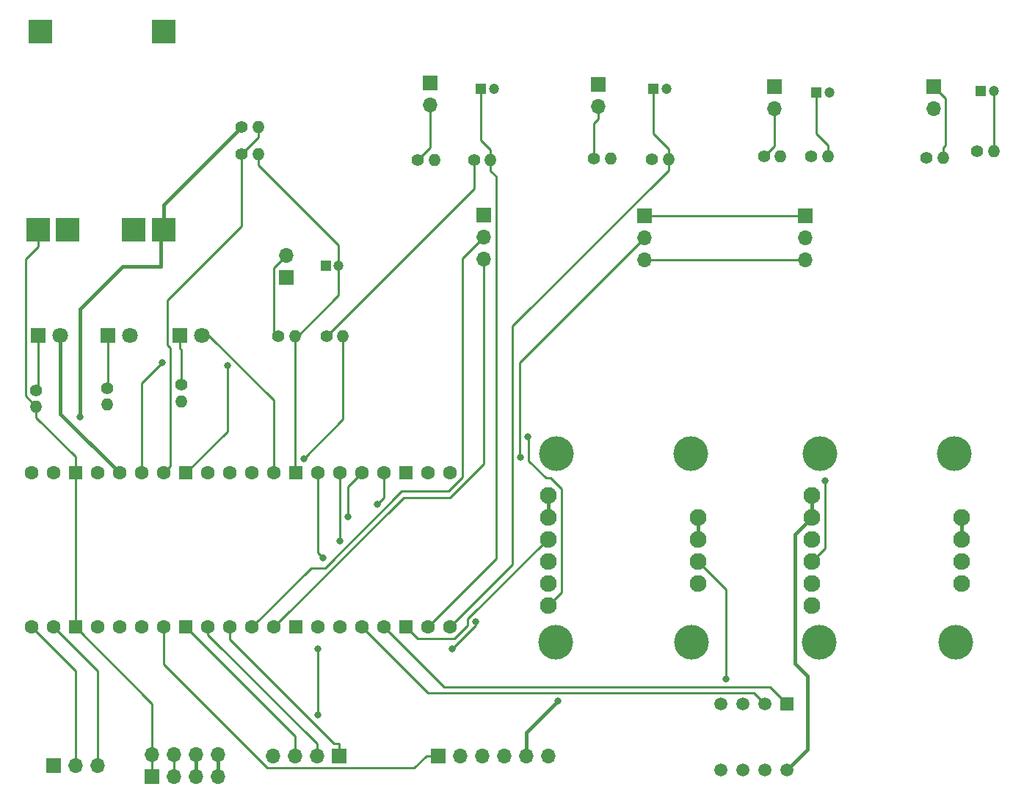
<source format=gbl>
G04 #@! TF.GenerationSoftware,KiCad,Pcbnew,7.0.10*
G04 #@! TF.CreationDate,2024-03-04T12:56:58-05:00*
G04 #@! TF.ProjectId,cdrpcb,63647270-6362-42e6-9b69-6361645f7063,rev?*
G04 #@! TF.SameCoordinates,Original*
G04 #@! TF.FileFunction,Copper,L2,Bot*
G04 #@! TF.FilePolarity,Positive*
%FSLAX46Y46*%
G04 Gerber Fmt 4.6, Leading zero omitted, Abs format (unit mm)*
G04 Created by KiCad (PCBNEW 7.0.10) date 2024-03-04 12:56:58*
%MOMM*%
%LPD*%
G01*
G04 APERTURE LIST*
G04 Aperture macros list*
%AMRoundRect*
0 Rectangle with rounded corners*
0 $1 Rounding radius*
0 $2 $3 $4 $5 $6 $7 $8 $9 X,Y pos of 4 corners*
0 Add a 4 corners polygon primitive as box body*
4,1,4,$2,$3,$4,$5,$6,$7,$8,$9,$2,$3,0*
0 Add four circle primitives for the rounded corners*
1,1,$1+$1,$2,$3*
1,1,$1+$1,$4,$5*
1,1,$1+$1,$6,$7*
1,1,$1+$1,$8,$9*
0 Add four rect primitives between the rounded corners*
20,1,$1+$1,$2,$3,$4,$5,0*
20,1,$1+$1,$4,$5,$6,$7,0*
20,1,$1+$1,$6,$7,$8,$9,0*
20,1,$1+$1,$8,$9,$2,$3,0*%
G04 Aperture macros list end*
G04 #@! TA.AperFunction,ComponentPad*
%ADD10R,1.800000X1.800000*%
G04 #@! TD*
G04 #@! TA.AperFunction,ComponentPad*
%ADD11C,1.800000*%
G04 #@! TD*
G04 #@! TA.AperFunction,ComponentPad*
%ADD12C,1.400000*%
G04 #@! TD*
G04 #@! TA.AperFunction,ComponentPad*
%ADD13O,1.400000X1.400000*%
G04 #@! TD*
G04 #@! TA.AperFunction,ComponentPad*
%ADD14R,1.700000X1.700000*%
G04 #@! TD*
G04 #@! TA.AperFunction,ComponentPad*
%ADD15O,1.700000X1.700000*%
G04 #@! TD*
G04 #@! TA.AperFunction,ComponentPad*
%ADD16R,1.498600X1.498600*%
G04 #@! TD*
G04 #@! TA.AperFunction,ComponentPad*
%ADD17C,1.498600*%
G04 #@! TD*
G04 #@! TA.AperFunction,ComponentPad*
%ADD18R,1.200000X1.200000*%
G04 #@! TD*
G04 #@! TA.AperFunction,ComponentPad*
%ADD19C,1.200000*%
G04 #@! TD*
G04 #@! TA.AperFunction,ComponentPad*
%ADD20C,1.930400*%
G04 #@! TD*
G04 #@! TA.AperFunction,ComponentPad*
%ADD21C,4.000000*%
G04 #@! TD*
G04 #@! TA.AperFunction,ComponentPad*
%ADD22R,2.800000X2.800000*%
G04 #@! TD*
G04 #@! TA.AperFunction,ComponentPad*
%ADD23C,1.600000*%
G04 #@! TD*
G04 #@! TA.AperFunction,ComponentPad*
%ADD24RoundRect,0.200000X0.600000X-0.600000X0.600000X0.600000X-0.600000X0.600000X-0.600000X-0.600000X0*%
G04 #@! TD*
G04 #@! TA.AperFunction,ViaPad*
%ADD25C,0.800000*%
G04 #@! TD*
G04 #@! TA.AperFunction,Conductor*
%ADD26C,0.250000*%
G04 #@! TD*
G04 #@! TA.AperFunction,Conductor*
%ADD27C,0.400000*%
G04 #@! TD*
G04 APERTURE END LIST*
D10*
X62521000Y-96681400D03*
D11*
X65061000Y-96681400D03*
D12*
X126583300Y-76295800D03*
D13*
X128483300Y-76295800D03*
D12*
X133298300Y-76422800D03*
D13*
X135198300Y-76422800D03*
D14*
X113893600Y-82791900D03*
D15*
X113893600Y-85331900D03*
X113893600Y-87871900D03*
D12*
X170812800Y-75477000D03*
D13*
X172712800Y-75477000D03*
D16*
X148844000Y-139192000D03*
D17*
X146304000Y-139192000D03*
X143764000Y-139192000D03*
X141224000Y-139192000D03*
X141224000Y-146812000D03*
X143764000Y-146812000D03*
X146304000Y-146812000D03*
X148844000Y-146812000D03*
D12*
X70400000Y-102777400D03*
D13*
X70400000Y-104677400D03*
D14*
X108610400Y-145186400D03*
D15*
X111150400Y-145186400D03*
X113690400Y-145186400D03*
X116230400Y-145186400D03*
X118770400Y-145186400D03*
X121310400Y-145186400D03*
D14*
X165748800Y-67970500D03*
D15*
X165748800Y-70510500D03*
D18*
X95631000Y-88646000D03*
D19*
X97131000Y-88646000D03*
D12*
X62267000Y-103031400D03*
D13*
X62267000Y-104931400D03*
D14*
X147373900Y-68040800D03*
D15*
X147373900Y-70580800D03*
D20*
X151745100Y-115122700D03*
X169017100Y-117662700D03*
X151745100Y-117662700D03*
X169017100Y-120202700D03*
X151745100Y-120202700D03*
X169017100Y-122742700D03*
X151745100Y-122742700D03*
X169017100Y-125282700D03*
X151745100Y-125282700D03*
X151745100Y-127822700D03*
D21*
X168148022Y-110363005D03*
X152654022Y-110363005D03*
X168302664Y-132079693D03*
X152589687Y-132088282D03*
D18*
X152218300Y-68675800D03*
D19*
X153718300Y-68675800D03*
D14*
X64262000Y-146304000D03*
D15*
X66802000Y-146304000D03*
X69342000Y-146304000D03*
D12*
X164970800Y-76225500D03*
D13*
X166870800Y-76225500D03*
D22*
X76962500Y-84528500D03*
X73462500Y-84528500D03*
X65862500Y-84528500D03*
X62462500Y-84528500D03*
X76962500Y-61628500D03*
X62762500Y-61628500D03*
D10*
X70522000Y-96681400D03*
D11*
X73062000Y-96681400D03*
D12*
X112762900Y-76472800D03*
D13*
X114662900Y-76472800D03*
D14*
X107714900Y-67609800D03*
D15*
X107714900Y-70149800D03*
D12*
X85953600Y-72643600D03*
D13*
X87853600Y-72643600D03*
D12*
X95742000Y-96774000D03*
D13*
X97642000Y-96774000D03*
D14*
X91059000Y-90048000D03*
D15*
X91059000Y-87508000D03*
D12*
X79031000Y-102396400D03*
D13*
X79031000Y-104296400D03*
D12*
X106285900Y-76472800D03*
D13*
X108185900Y-76472800D03*
D23*
X61718000Y-130343900D03*
X64258000Y-130343900D03*
D24*
X66798000Y-130343900D03*
D23*
X69338000Y-130343900D03*
X71878000Y-130343900D03*
X74418000Y-130343900D03*
X76958000Y-130343900D03*
D24*
X79498000Y-130343900D03*
D23*
X82038000Y-130343900D03*
X84578000Y-130343900D03*
X87118000Y-130343900D03*
X89658000Y-130343900D03*
D24*
X92198000Y-130343900D03*
D23*
X94738000Y-130343900D03*
X97278000Y-130343900D03*
X99818000Y-130302019D03*
X102358000Y-130343900D03*
D24*
X104898000Y-130343900D03*
D23*
X107438000Y-130343900D03*
X109978000Y-130343900D03*
X109978000Y-112563900D03*
X107438000Y-112563900D03*
D24*
X104898000Y-112563900D03*
D23*
X102358000Y-112563900D03*
X99818000Y-112563900D03*
X97278000Y-112563900D03*
X94738000Y-112563900D03*
D24*
X92198000Y-112563900D03*
D23*
X89658000Y-112563900D03*
X87118000Y-112563900D03*
X84578000Y-112563900D03*
X82038000Y-112563900D03*
D24*
X79498000Y-112563900D03*
D23*
X76958000Y-112563900D03*
X74418000Y-112563900D03*
X71878000Y-112563900D03*
X69338000Y-112563900D03*
D24*
X66798000Y-112563900D03*
D23*
X64258000Y-112563900D03*
X61718000Y-112563900D03*
D20*
X121312000Y-115122700D03*
X138584000Y-117662700D03*
X121312000Y-117662700D03*
X138584000Y-120202700D03*
X121312000Y-120202700D03*
X138584000Y-122742700D03*
X121312000Y-122742700D03*
X138584000Y-125282700D03*
X121312000Y-125282700D03*
X121312000Y-127822700D03*
D21*
X137714922Y-110363005D03*
X122220922Y-110363005D03*
X137869564Y-132079693D03*
X122156587Y-132088282D03*
D14*
X127091300Y-67786800D03*
D15*
X127091300Y-70326800D03*
D18*
X171209800Y-68492000D03*
D19*
X172709800Y-68492000D03*
D14*
X150926800Y-82905600D03*
D15*
X150926800Y-85445600D03*
X150926800Y-87985600D03*
D18*
X133441300Y-68294800D03*
D19*
X134941300Y-68294800D03*
D12*
X85953600Y-75793600D03*
D13*
X87853600Y-75793600D03*
D12*
X151675900Y-76041800D03*
D13*
X153575900Y-76041800D03*
D10*
X78782000Y-96681400D03*
D11*
X81322000Y-96681400D03*
D18*
X113556900Y-68244800D03*
D19*
X115056900Y-68244800D03*
D12*
X90175000Y-96774000D03*
D13*
X92075000Y-96774000D03*
D14*
X97174400Y-145186400D03*
D15*
X94634400Y-145186400D03*
X92094400Y-145186400D03*
X89554400Y-145186400D03*
D12*
X146193900Y-76041800D03*
D13*
X148093900Y-76041800D03*
D14*
X75643200Y-147579000D03*
D15*
X75643200Y-145039000D03*
X78183200Y-147579000D03*
X78183200Y-145039000D03*
X80723200Y-147579000D03*
X80723200Y-145039000D03*
X83263200Y-147579000D03*
X83263200Y-145039000D03*
D14*
X132410200Y-82905600D03*
D15*
X132410200Y-85445600D03*
X132410200Y-87985600D03*
D25*
X93099000Y-110885500D03*
X118923300Y-108391600D03*
X141817400Y-136322300D03*
X94706500Y-132883500D03*
X112963400Y-129753600D03*
X94706500Y-140495500D03*
X110261100Y-132883500D03*
X76797200Y-99801300D03*
X118132300Y-110783000D03*
X84297800Y-100141600D03*
X153237700Y-113456300D03*
X101567800Y-116196700D03*
X98223500Y-117604700D03*
X122433300Y-138850900D03*
X67310000Y-106121200D03*
X95373000Y-122373300D03*
X97278000Y-120434600D03*
D26*
X121312000Y-127822700D02*
X122811000Y-126323700D01*
X122811000Y-126323700D02*
X122811000Y-114425600D01*
X121539800Y-113154400D02*
X121046400Y-113154400D01*
X121046400Y-113154400D02*
X119059200Y-111167200D01*
X122811000Y-114425600D02*
X121539800Y-113154400D01*
X119059200Y-111167200D02*
X119059200Y-108527500D01*
X97642000Y-106342500D02*
X97642000Y-96774000D01*
X119059200Y-108527500D02*
X118923300Y-108391600D01*
X93099000Y-110885500D02*
X97642000Y-106342500D01*
X172709800Y-68492000D02*
X172712800Y-68495000D01*
X79498000Y-130343900D02*
X92094400Y-142940300D01*
X62462500Y-84528500D02*
X62462500Y-86455400D01*
X66798000Y-130343900D02*
X75643200Y-139189100D01*
X66798000Y-130343900D02*
X66798000Y-112563900D01*
X112035400Y-130187200D02*
X110511600Y-131711000D01*
X121312000Y-120202700D02*
X121203500Y-120202700D01*
X97131000Y-86297900D02*
X97131000Y-88646000D01*
X87853600Y-77020500D02*
X97131000Y-86297900D01*
X75643200Y-147579000D02*
X75643200Y-145039000D01*
X92075000Y-96774000D02*
X92075000Y-97087500D01*
X141817400Y-125976100D02*
X141817400Y-136322300D01*
X172712800Y-75163500D02*
X172712800Y-75477000D01*
X92075000Y-112440900D02*
X92198000Y-112563900D01*
X92075000Y-97087500D02*
X97131000Y-92031500D01*
X75643200Y-139189100D02*
X75643200Y-145039000D01*
X66798000Y-110689300D02*
X62267000Y-106158300D01*
X138584000Y-122742700D02*
X141817400Y-125976100D01*
X112035400Y-129370800D02*
X112035400Y-130187200D01*
X172709800Y-74247100D02*
X172712800Y-74250100D01*
X121203500Y-120202700D02*
X112035400Y-129370800D01*
X97131000Y-92031500D02*
X97131000Y-88646000D01*
X92094400Y-142940300D02*
X92094400Y-145186400D01*
X62267000Y-104931400D02*
X61018900Y-103683300D01*
X66798000Y-112563900D02*
X66798000Y-110689300D01*
X106265100Y-131711000D02*
X104898000Y-130343900D01*
X61018900Y-103683300D02*
X61018900Y-87899000D01*
X172712800Y-75163500D02*
X172712800Y-74250100D01*
X110511600Y-131711000D02*
X106265100Y-131711000D01*
X92075000Y-97087500D02*
X92075000Y-112440900D01*
X87853600Y-75793600D02*
X87853600Y-77020500D01*
X61018900Y-87899000D02*
X62462500Y-86455400D01*
X62267000Y-104931400D02*
X62267000Y-106158300D01*
X172712800Y-68495000D02*
X172712800Y-75477000D01*
X114662900Y-76472800D02*
X114662900Y-75245900D01*
X113556900Y-74139900D02*
X114662900Y-75245900D01*
X115329200Y-78366000D02*
X114662900Y-77699700D01*
X115329200Y-122452700D02*
X115329200Y-78366000D01*
X114662900Y-76472800D02*
X114662900Y-77699700D01*
X107438000Y-130343900D02*
X115329200Y-122452700D01*
X113556900Y-68244800D02*
X113556900Y-74139900D01*
X117205400Y-95642600D02*
X117205400Y-123116500D01*
X133441300Y-68294800D02*
X133441300Y-73438900D01*
X133441300Y-73438900D02*
X135198300Y-75195900D01*
X135198300Y-76422800D02*
X135198300Y-77649700D01*
X135198300Y-76422800D02*
X135198300Y-75195900D01*
X135198300Y-77649700D02*
X117205400Y-95642600D01*
X117205400Y-123116500D02*
X109978000Y-130343900D01*
X153575900Y-76041800D02*
X153575900Y-74814900D01*
X152218300Y-68675800D02*
X152218300Y-73457300D01*
X152218300Y-73457300D02*
X153575900Y-74814900D01*
D27*
X151180800Y-144475200D02*
X148844000Y-146812000D01*
X151231600Y-135992600D02*
X151231600Y-144475200D01*
X149754000Y-119653800D02*
X149754000Y-134515000D01*
X151745100Y-117662700D02*
X149754000Y-119653800D01*
X121312000Y-115122700D02*
X121312000Y-117662700D01*
X71878000Y-112563900D02*
X65061000Y-105746900D01*
X169017100Y-117662700D02*
X169017100Y-120202700D01*
X138584000Y-117662700D02*
X138584000Y-120202700D01*
X149754000Y-134515000D02*
X151231600Y-135992600D01*
X83263200Y-147579000D02*
X83263200Y-145039000D01*
X65061000Y-105746900D02*
X65061000Y-96681400D01*
X151745100Y-115122700D02*
X151745100Y-117662700D01*
D26*
X62267000Y-103031400D02*
X62521000Y-102777400D01*
X62521000Y-102777400D02*
X62521000Y-96681400D01*
X70522000Y-102655400D02*
X70522000Y-96681400D01*
X70400000Y-102777400D02*
X70522000Y-102655400D01*
X78782000Y-96681400D02*
X78782000Y-98108300D01*
X79031000Y-98357300D02*
X78782000Y-98108300D01*
X79031000Y-102396400D02*
X79031000Y-98357300D01*
X89658000Y-112563900D02*
X89658000Y-104190900D01*
X82148500Y-96681400D02*
X81322000Y-96681400D01*
X89658000Y-104190900D02*
X82148500Y-96681400D01*
X78183200Y-147579000D02*
X78183200Y-145039000D01*
X94706500Y-132883500D02*
X94706500Y-140495500D01*
X112963400Y-129753600D02*
X112963400Y-130181200D01*
X112963400Y-130181200D02*
X110261100Y-132883500D01*
X66802000Y-135427900D02*
X66802000Y-146304000D01*
X61718000Y-130343900D02*
X66802000Y-135427900D01*
X69342000Y-135427900D02*
X69342000Y-146304000D01*
X64258000Y-130343900D02*
X69342000Y-135427900D01*
X104424800Y-114653100D02*
X109807200Y-114653100D01*
X93960400Y-123501500D02*
X95576400Y-123501500D01*
X109807200Y-114653100D02*
X111381200Y-113079100D01*
X111381200Y-87844300D02*
X113893600Y-85331900D01*
X111381200Y-113079100D02*
X111381200Y-87844300D01*
X95576400Y-123501500D02*
X104424800Y-114653100D01*
X87118000Y-130343900D02*
X93960400Y-123501500D01*
X110020900Y-115393400D02*
X104608500Y-115393400D01*
X104608500Y-115393400D02*
X89658000Y-130343900D01*
X113893600Y-111520700D02*
X110020900Y-115393400D01*
X113893600Y-87871900D02*
X113893600Y-111520700D01*
X74418000Y-102180500D02*
X76797200Y-99801300D01*
X74418000Y-112563900D02*
X74418000Y-102180500D01*
X132410200Y-82905600D02*
X150926800Y-82905600D01*
X118132300Y-110783000D02*
X117996300Y-110647000D01*
X117996300Y-110647000D02*
X117996300Y-99859500D01*
X117996300Y-99859500D02*
X132410200Y-85445600D01*
X79498000Y-112563900D02*
X84297800Y-107764100D01*
X84297800Y-107764100D02*
X84297800Y-100141600D01*
X132410200Y-87985600D02*
X150926800Y-87985600D01*
X88928800Y-146563300D02*
X105856600Y-146563300D01*
X76958000Y-134592500D02*
X88928800Y-146563300D01*
X108610400Y-145186400D02*
X107233500Y-145186400D01*
X105856600Y-146563300D02*
X107233500Y-145186400D01*
X76958000Y-130343900D02*
X76958000Y-134592500D01*
X96618500Y-143809500D02*
X97174400Y-143809500D01*
X97174400Y-145186400D02*
X97174400Y-143809500D01*
X84578000Y-130343900D02*
X84578000Y-131769000D01*
X84578000Y-131769000D02*
X96618500Y-143809500D01*
X153237700Y-121250100D02*
X153237700Y-113456300D01*
X102358000Y-112563900D02*
X102358000Y-115406500D01*
X102358000Y-115406500D02*
X101567800Y-116196700D01*
X151745100Y-122742700D02*
X153237700Y-121250100D01*
X98223500Y-114158400D02*
X98223500Y-117604700D01*
X99818000Y-112563900D02*
X98223500Y-114158400D01*
D27*
X76962500Y-81634700D02*
X76962500Y-84528500D01*
X67310000Y-106121200D02*
X67310000Y-93624400D01*
X118770400Y-142513800D02*
X122433300Y-138850900D01*
X72186800Y-88747600D02*
X76657200Y-88747600D01*
X76657200Y-88747600D02*
X76657200Y-84833800D01*
X76657200Y-84833800D02*
X76962500Y-84528500D01*
X118770400Y-145186400D02*
X118770400Y-142513800D01*
X67310000Y-93624400D02*
X72186800Y-88747600D01*
X80723200Y-147579000D02*
X80723200Y-145039000D01*
X85953600Y-72643600D02*
X76962500Y-81634700D01*
D26*
X90175000Y-96774000D02*
X89682100Y-96281100D01*
X89682100Y-96281100D02*
X89682100Y-88884900D01*
X89682100Y-88884900D02*
X91059000Y-87508000D01*
X112762900Y-79753100D02*
X112762900Y-76472800D01*
X95742000Y-96774000D02*
X112762900Y-79753100D01*
X107714900Y-75043800D02*
X106285900Y-76472800D01*
X107714900Y-70149800D02*
X107714900Y-75043800D01*
X127091300Y-70326800D02*
X127091300Y-71703700D01*
X126583300Y-72211700D02*
X126583300Y-76295800D01*
X127091300Y-71703700D02*
X126583300Y-72211700D01*
X147373900Y-70580800D02*
X147373900Y-74861800D01*
X147373900Y-74861800D02*
X146193900Y-76041800D01*
X94634400Y-145186400D02*
X94634400Y-143809500D01*
X94634400Y-143809500D02*
X82038000Y-131213100D01*
X82038000Y-131213100D02*
X82038000Y-130343900D01*
X94738000Y-112563900D02*
X94738000Y-121738300D01*
X94738000Y-121738300D02*
X95373000Y-122373300D01*
X97278000Y-112563900D02*
X97278000Y-120434600D01*
X99818000Y-130302000D02*
X107431800Y-137915800D01*
X145027800Y-137915800D02*
X146304000Y-139192000D01*
X107431800Y-137915800D02*
X145027800Y-137915800D01*
X146915900Y-137263900D02*
X109278000Y-137263900D01*
X148844000Y-139192000D02*
X146915900Y-137263900D01*
X109278000Y-137263900D02*
X102358000Y-130343900D01*
X166870800Y-74998600D02*
X167125700Y-74743700D01*
X166870800Y-76225500D02*
X166870800Y-74998600D01*
X167125700Y-74743700D02*
X167125700Y-69347400D01*
X167125700Y-69347400D02*
X165748800Y-67970500D01*
X85953600Y-75770500D02*
X87853600Y-73870500D01*
X77355100Y-97799600D02*
X77355100Y-92667800D01*
X76958000Y-112563900D02*
X77733600Y-111788300D01*
X77355100Y-92667800D02*
X85953600Y-84069300D01*
X77733600Y-98178100D02*
X77355100Y-97799600D01*
X85953600Y-84069300D02*
X85953600Y-75793600D01*
X87853600Y-72643600D02*
X87853600Y-73870500D01*
X77733600Y-111788300D02*
X77733600Y-98178100D01*
X85953600Y-75793600D02*
X85953600Y-75770500D01*
M02*

</source>
